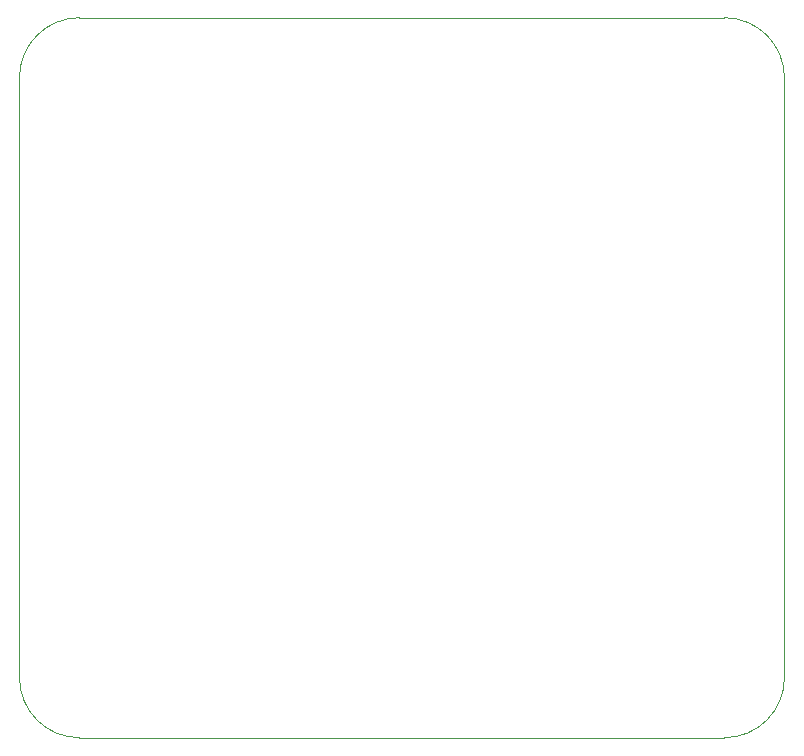
<source format=gbr>
%TF.GenerationSoftware,KiCad,Pcbnew,(5.1.10)-1*%
%TF.CreationDate,2022-04-16T20:13:42-07:00*%
%TF.ProjectId,S8-CO2 Sensor KiCAD,53382d43-4f32-4205-9365-6e736f72204b,rev?*%
%TF.SameCoordinates,Original*%
%TF.FileFunction,Profile,NP*%
%FSLAX46Y46*%
G04 Gerber Fmt 4.6, Leading zero omitted, Abs format (unit mm)*
G04 Created by KiCad (PCBNEW (5.1.10)-1) date 2022-04-16 20:13:42*
%MOMM*%
%LPD*%
G01*
G04 APERTURE LIST*
%TA.AperFunction,Profile*%
%ADD10C,0.050000*%
%TD*%
G04 APERTURE END LIST*
D10*
X110490000Y-64770000D02*
X165100000Y-64770000D01*
X110490000Y-125730000D02*
X165100000Y-125730000D01*
X110490000Y-125730000D02*
G75*
G02*
X105410000Y-120650000I0J5080000D01*
G01*
X170180000Y-120650000D02*
G75*
G02*
X165100000Y-125730000I-5080000J0D01*
G01*
X165100000Y-64770000D02*
G75*
G02*
X170180000Y-69850000I0J-5080000D01*
G01*
X105410000Y-69850000D02*
G75*
G02*
X110490000Y-64770000I5080000J0D01*
G01*
X170180000Y-120650000D02*
X170180000Y-69850000D01*
X105410000Y-69850000D02*
X105410000Y-120650000D01*
M02*

</source>
